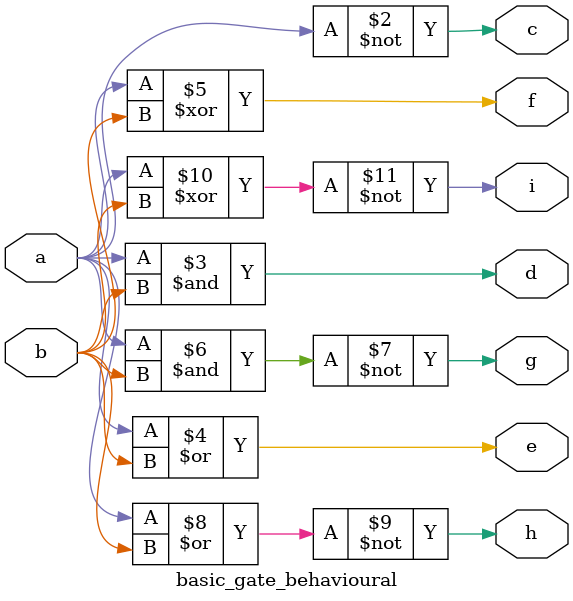
<source format=v>
module basic_gate_structural(a,b,c,d,e,f,g,h,i);
    input a,b;
    output c,d,e,f,g,h,i;
    not g0(c,a);
    and g1(d,a,b);
    or g2(e,a,b);
    nand g3(f,a,b);
    nor g4(g,a,b);
    xor g5(h,a,b);
    xnor g6(i,a,b);
endmodule

//Dataflow-Modelling
module basic_gate_dataflow(a,b,c,d,e,f,g,h,i);
    input a,b;
    output c,d,e,f,g,h,i;
    assign c = ~a;
    assign d = a&b;
    assign e = a|b;
    assign f = a^b;
    assign g = ~(a&b);
    assign h = ~(a|b);
    assign i = ~(a^b);
endmodule

//Behavioural-Modelling
module basic_gate_behavioural(a,b,c,d,e,f,g,h,i);
    input a,b;
    output reg c,d,e,f,g,h,i;
    always @(a,b)
        begin
          c = ~a;
          d = a&b;
          e = a|b;
          f = a^b;
          g = ~(a&b);
          h = ~(a|b);
          i = ~(a^b);
        end
endmodule

</source>
